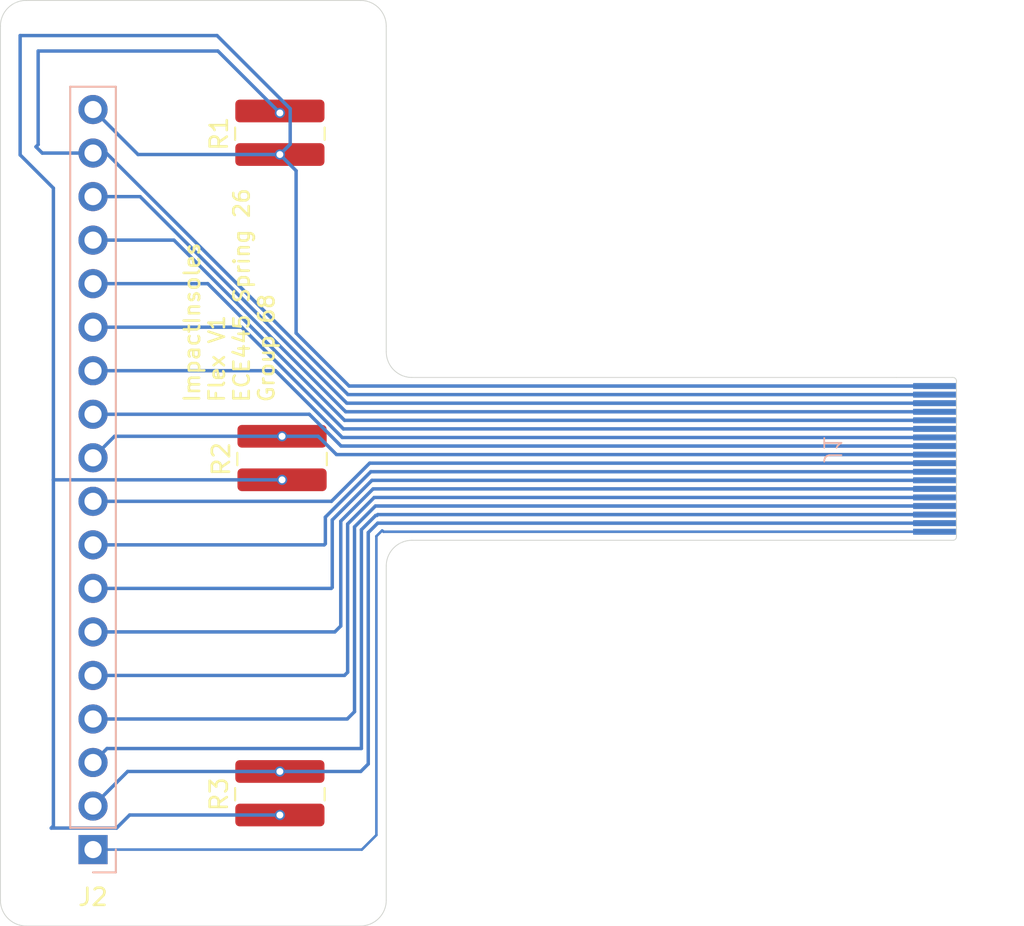
<source format=kicad_pcb>
(kicad_pcb (version 20241229) (generator "pcbnew") (generator_version "9.0")
  (layers (0 "F.Cu" signal) (2 "B.Cu" signal) (13 "F.Paste" user) (15 "B.Paste" user) (5 "F.SilkS" user "F.Silkscreen") (7 "B.SilkS" user "B.Silkscreen") (1 "F.Mask" user) (3 "B.Mask" user) (25 "Edge.Cuts" user))
  (net 0 "")
  (net 1 "Net-(J1-Pin_11)")
  (net 2 "Net-(J1-Pin_2)")
  (net 3 "Net-(J1-Pin_9)")
  (net 4 "Net-(J1-Pin_3)")
  (net 5 "Net-(J1-Pin_10)")
  (net 6 "Net-(J1-Pin_16)")
  (net 7 "Net-(J1-Pin_4)")
  (net 8 "Net-(J1-Pin_5)")
  (net 9 "/3V3")
  (net 10 "Net-(J1-Pin_15)")
  (net 11 "Net-(J1-Pin_1)")
  (net 12 "Net-(J1-Pin_17)")
  (net 13 "Net-(J1-Pin_14)")
  (net 14 "Net-(J1-Pin_12)")
  (net 15 "Net-(J1-Pin_8)")
  (net 16 "Net-(J1-Pin_7)")
  (net 17 "Net-(J1-Pin_13)")
  (net 18 "Net-(J1-Pin_6)")
  (footprint "Resistor_SMD:FSR_402" (layer "F.Cu") (at 153.797 103.8165 90)
    (property "Reference" "R3" (at 0 -3.55 90) (layer "F.SilkS"))
    (property "Value" "FSR3")
    (fp_line (start -0.361252 -2.61) (end 0.361252 -2.61) (stroke (width 0.12)) (layer "F.SilkS"))
    (fp_line (start -0.361252 2.61) (end 0.361252 2.61) (stroke (width 0.12)) (layer "F.SilkS"))
    (pad "1" smd roundrect (at -1.2125 0 90) (size 1.325 5.2) (layers "F.Cu" "F.Mask" "F.Paste") (roundrect_rratio 0.188679) (net 9 "/3V3"))
    (pad "2" smd roundrect (at 1.3275 0 90) (size 1.325 5.2) (layers "F.Cu" "F.Mask" "F.Paste") (roundrect_rratio 0.188679) (net 2 "Net-(J1-Pin_2)"))
  )
  (footprint "Resistor_SMD:FSR_402" (layer "F.Cu") (at 153.924 84.2585 90)
    (property "Reference" "R2" (at 0 -3.55 90) (layer "F.SilkS"))
    (property "Value" "FSR2")
    (fp_line (start -0.361252 -2.61) (end 0.361252 -2.61) (stroke (width 0.12)) (layer "F.SilkS"))
    (fp_line (start -0.361252 2.61) (end 0.361252 2.61) (stroke (width 0.12)) (layer "F.SilkS"))
    (pad "1" smd roundrect (at -1.2125 0 90) (size 1.325 5.2) (layers "F.Cu" "F.Mask" "F.Paste") (roundrect_rratio 0.188679) (net 9 "/3V3"))
    (pad "2" smd roundrect (at 1.3275 0 90) (size 1.325 5.2) (layers "F.Cu" "F.Mask" "F.Paste") (roundrect_rratio 0.188679) (net 5 "Net-(J1-Pin_10)"))
  )
  (footprint "Resistor_SMD:FSR_402" (layer "F.Cu") (at 153.797 65.278 90)
    (property "Reference" "R1" (at 0 -3.55 90) (layer "F.SilkS"))
    (property "Value" "FSR1")
    (fp_line (start -0.361252 -2.61) (end 0.361252 -2.61) (stroke (width 0.12)) (layer "F.SilkS"))
    (fp_line (start -0.361252 2.61) (end 0.361252 2.61) (stroke (width 0.12)) (layer "F.SilkS"))
    (pad "1" smd roundrect (at -1.2125 0 90) (size 1.325 5.2) (layers "F.Cu" "F.Mask" "F.Paste") (roundrect_rratio 0.188679) (net 9 "/3V3"))
    (pad "2" smd roundrect (at 1.3275 0 90) (size 1.325 5.2) (layers "F.Cu" "F.Mask" "F.Paste") (roundrect_rratio 0.188679) (net 12 "Net-(J1-Pin_17)"))
  )
  (footprint "Connector_FFC-FPC:FPC-Male-18P-0.5mm" (layer "B.Cu") (at 192 88.5 90)
    (property "Reference" "J1" (at 4.8 -6 270) (layer "B.SilkS") (effects (font (thickness 0.1)) (justify mirror)))
    (property "Value" "FPC_Male")
    (fp_line (start 9 -2.25) (end 9 1.05) (stroke (width 0.05)) (layer "Edge.Cuts"))
    (fp_line (start -0.5 -2.25) (end -0.5 1.05) (stroke (width 0.05)) (layer "Edge.Cuts"))
    (fp_line (start -0.3 1.25) (end 8.8 1.25) (stroke (width 0.05)) (layer "Edge.Cuts"))
    (fp_arc (start 9 1.05) (mid 8.941421 1.191421) (end 8.8 1.25) (stroke (width 0.05)) (layer "Edge.Cuts"))
    (fp_arc (start -0.3 1.25) (mid -0.441421 1.191421) (end -0.5 1.05) (stroke (width 0.05)) (layer "Edge.Cuts"))
    (pad "1" smd rect (at 0 -0.025) (size 2.5 0.35) (layers "B.Cu" "B.Mask" "B.Paste") (net 11 "Net-(J1-Pin_1)"))
    (pad "2" smd rect (at 0.5 -0.025) (size 2.5 0.35) (layers "B.Cu" "B.Mask" "B.Paste") (net 2 "Net-(J1-Pin_2)"))
    (pad "3" smd rect (at 1 -0.025) (size 2.5 0.35) (layers "B.Cu" "B.Mask" "B.Paste") (net 4 "Net-(J1-Pin_3)"))
    (pad "4" smd rect (at 1.5 -0.025) (size 2.5 0.35) (layers "B.Cu" "B.Mask" "B.Paste") (net 7 "Net-(J1-Pin_4)"))
    (pad "5" smd rect (at 2 -0.025) (size 2.5 0.35) (layers "B.Cu" "B.Mask" "B.Paste") (net 8 "Net-(J1-Pin_5)"))
    (pad "6" smd rect (at 2.5 -0.025) (size 2.5 0.35) (layers "B.Cu" "B.Mask" "B.Paste") (net 18 "Net-(J1-Pin_6)"))
    (pad "7" smd rect (at 3 -0.025) (size 2.5 0.35) (layers "B.Cu" "B.Mask" "B.Paste") (net 16 "Net-(J1-Pin_7)"))
    (pad "8" smd rect (at 3.5 -0.025) (size 2.5 0.35) (layers "B.Cu" "B.Mask" "B.Paste") (net 15 "Net-(J1-Pin_8)"))
    (pad "9" smd rect (at 4 -0.025) (size 2.5 0.35) (layers "B.Cu" "B.Mask" "B.Paste") (net 3 "Net-(J1-Pin_9)"))
    (pad "10" smd rect (at 4.5 -0.025) (size 2.5 0.35) (layers "B.Cu" "B.Mask" "B.Paste") (net 5 "Net-(J1-Pin_10)"))
    (pad "11" smd rect (at 5 -0.025) (size 2.5 0.35) (layers "B.Cu" "B.Mask" "B.Paste") (net 1 "Net-(J1-Pin_11)"))
    (pad "12" smd rect (at 5.5 -0.025) (size 2.5 0.35) (layers "B.Cu" "B.Mask" "B.Paste") (net 14 "Net-(J1-Pin_12)"))
    (pad "13" smd rect (at 6 -0.025) (size 2.5 0.35) (layers "B.Cu" "B.Mask" "B.Paste") (net 17 "Net-(J1-Pin_13)"))
    (pad "14" smd rect (at 6.5 -0.025) (size 2.5 0.35) (layers "B.Cu" "B.Mask" "B.Paste") (net 13 "Net-(J1-Pin_14)"))
    (pad "15" smd rect (at 7 -0.025) (size 2.5 0.35) (layers "B.Cu" "B.Mask" "B.Paste") (net 10 "Net-(J1-Pin_15)"))
    (pad "16" smd rect (at 7.5 -0.025) (size 2.5 0.35) (layers "B.Cu" "B.Mask" "B.Paste") (net 6 "Net-(J1-Pin_16)"))
    (pad "17" smd rect (at 8 -0.025) (size 2.5 0.35) (layers "B.Cu" "B.Mask" "B.Paste") (net 12 "Net-(J1-Pin_17)"))
    (pad "18" smd rect (at 8.5 -0.025) (size 2.5 0.35) (layers "B.Cu" "B.Mask" "B.Paste") (net 9 "/3V3"))
  )
  (footprint "Connector_PinSocket_2.54mm:PinSocket_1x18_P2.54mm_Vertical" (layer "B.Cu") (at 142.9 107.046)
    (property "Reference" "J2" (at 0 2.77 0) (layer "F.SilkS"))
    (property "Value" "Test_Headers")
    (fp_line (start -1.33 -44.51) (end 1.33 -44.51) (stroke (width 0.12)) (layer "B.SilkS"))
    (fp_line (start -1.33 -1.27) (end -1.33 -44.51) (stroke (width 0.12)) (layer "B.SilkS"))
    (fp_line (start -1.33 -1.27) (end 1.33 -1.27) (stroke (width 0.12)) (layer "B.SilkS"))
    (fp_line (start 0 1.33) (end 1.33 1.33) (stroke (width 0.12)) (layer "B.SilkS"))
    (fp_line (start 1.33 -1.27) (end 1.33 -44.51) (stroke (width 0.12)) (layer "B.SilkS"))
    (fp_line (start 1.33 1.33) (end 1.33 0) (stroke (width 0.12)) (layer "B.SilkS"))
    (pad "1" thru_hole rect (at 0 0) (size 1.7 1.7) (drill 1) (layers "*.Cu" "*.Mask") (net 11 "Net-(J1-Pin_1)"))
    (pad "2" thru_hole circle (at 0 -2.54) (size 1.7 1.7) (drill 1) (layers "*.Cu" "*.Mask") (net 2 "Net-(J1-Pin_2)"))
    (pad "3" thru_hole circle (at 0 -5.08) (size 1.7 1.7) (drill 1) (layers "*.Cu" "*.Mask") (net 4 "Net-(J1-Pin_3)"))
    (pad "4" thru_hole circle (at 0 -7.62) (size 1.7 1.7) (drill 1) (layers "*.Cu" "*.Mask") (net 7 "Net-(J1-Pin_4)"))
    (pad "5" thru_hole circle (at 0 -10.16) (size 1.7 1.7) (drill 1) (layers "*.Cu" "*.Mask") (net 8 "Net-(J1-Pin_5)"))
    (pad "6" thru_hole circle (at 0 -12.7) (size 1.7 1.7) (drill 1) (layers "*.Cu" "*.Mask") (net 18 "Net-(J1-Pin_6)"))
    (pad "7" thru_hole circle (at 0 -15.24) (size 1.7 1.7) (drill 1) (layers "*.Cu" "*.Mask") (net 16 "Net-(J1-Pin_7)"))
    (pad "8" thru_hole circle (at 0 -17.78) (size 1.7 1.7) (drill 1) (layers "*.Cu" "*.Mask") (net 15 "Net-(J1-Pin_8)"))
    (pad "9" thru_hole circle (at 0 -20.32) (size 1.7 1.7) (drill 1) (layers "*.Cu" "*.Mask") (net 3 "Net-(J1-Pin_9)"))
    (pad "10" thru_hole circle (at 0 -22.86) (size 1.7 1.7) (drill 1) (layers "*.Cu" "*.Mask") (net 5 "Net-(J1-Pin_10)"))
    (pad "11" thru_hole circle (at 0 -25.4) (size 1.7 1.7) (drill 1) (layers "*.Cu" "*.Mask") (net 1 "Net-(J1-Pin_11)"))
    (pad "12" thru_hole circle (at 0 -27.94) (size 1.7 1.7) (drill 1) (layers "*.Cu" "*.Mask") (net 14 "Net-(J1-Pin_12)"))
    (pad "13" thru_hole circle (at 0 -30.48) (size 1.7 1.7) (drill 1) (layers "*.Cu" "*.Mask") (net 17 "Net-(J1-Pin_13)"))
    (pad "14" thru_hole circle (at 0 -33.02) (size 1.7 1.7) (drill 1) (layers "*.Cu" "*.Mask") (net 13 "Net-(J1-Pin_14)"))
    (pad "15" thru_hole circle (at 0 -35.56) (size 1.7 1.7) (drill 1) (layers "*.Cu" "*.Mask") (net 10 "Net-(J1-Pin_15)"))
    (pad "16" thru_hole circle (at 0 -38.1) (size 1.7 1.7) (drill 1) (layers "*.Cu" "*.Mask") (net 6 "Net-(J1-Pin_16)"))
    (pad "17" thru_hole circle (at 0 -40.64) (size 1.7 1.7) (drill 1) (layers "*.Cu" "*.Mask") (net 12 "Net-(J1-Pin_17)"))
    (pad "18" thru_hole circle (at 0 -43.18) (size 1.7 1.7) (drill 1) (layers "*.Cu" "*.Mask") (net 9 "/3V3"))
  )
  (gr_arc (start 160 90.5) (mid 160.43934 89.43934) (end 161.5 89) (stroke (width 0.05)) (layer "Edge.Cuts"))
  (gr_line (start 158.5 57.5) (end 139 57.5) (stroke (width 0.05)) (layer "Edge.Cuts"))
  (gr_line (start 189.75 89) (end 161.5 89) (stroke (width 0.05)) (layer "Edge.Cuts"))
  (gr_line (start 160 78) (end 160 59) (stroke (width 0.05)) (layer "Edge.Cuts"))
  (gr_line (start 189.75 79.5) (end 161.5 79.5) (stroke (width 0.05)) (layer "Edge.Cuts"))
  (gr_line (start 160 110) (end 160 90.5) (stroke (width 0.05)) (layer "Edge.Cuts"))
  (gr_arc (start 160 110) (mid 159.56066 111.06066) (end 158.5 111.5) (stroke (width 0.05)) (layer "Edge.Cuts"))
  (gr_line (start 139 111.5) (end 158.5 111.5) (stroke (width 0.05)) (layer "Edge.Cuts"))
  (gr_arc (start 158.5 57.5) (mid 159.56066 57.93934) (end 160 59) (stroke (width 0.05)) (layer "Edge.Cuts"))
  (gr_line (start 137.5 59) (end 137.5 110) (stroke (width 0.05)) (layer "Edge.Cuts"))
  (gr_arc (start 161.5 79.5) (mid 160.43934 79.06066) (end 160 78) (stroke (width 0.05)) (layer "Edge.Cuts"))
  (gr_arc (start 139 111.5) (mid 137.93934 111.06066) (end 137.5 110) (stroke (width 0.05)) (layer "Edge.Cuts"))
  (gr_arc (start 137.5 59) (mid 137.93934 57.93934) (end 139 57.5) (stroke (width 0.05)) (layer "Edge.Cuts"))
  (gr_text "ImpactInsoles\nFlex V1\nECE445 Spring 26\nGroup 68\n" (at 153.543 81.026 90) (layer "F.SilkS") (effects (font (size 0.8984 0.8984) (thickness 0.14986) (bold yes)) (justify left bottom)))
  (segment (start 192 83.5) (end 157.3651 83.5) (width 0.2) (layer "B.Cu") (net 1))
  (segment (start 155.5111 81.646) (end 142.9 81.646) (width 0.2) (layer "B.Cu") (net 1))
  (segment (start 157.3651 83.5) (end 155.5111 81.646) (width 0.2) (layer "B.Cu") (net 1))
  (via (at 153.797 102.489) (size 0.6) (drill 0.4) (layers "F.Cu" "B.Cu") (net 2))
  (segment (start 158.511 102.489) (end 158.95 102.05) (width 0.2) (layer "B.Cu") (net 2))
  (segment (start 144.917 102.489) (end 153.797 102.489) (width 0.2) (layer "B.Cu") (net 2))
  (segment (start 158.95 102.05) (end 158.95 88.55) (width 0.2) (layer "B.Cu") (net 2))
  (segment (start 142.9 104.506) (end 144.917 102.489) (width 0.2) (layer "B.Cu") (net 2))
  (segment (start 158.95 88.55) (end 159.5 88) (width 0.2) (layer "B.Cu") (net 2))
  (segment (start 153.797 102.489) (end 158.511 102.489) (width 0.2) (layer "B.Cu") (net 2))
  (segment (start 159.5 88) (end 192 88) (width 0.2) (layer "B.Cu") (net 2))
  (segment (start 142.9 86.726) (end 156.8043 86.726) (width 0.2) (layer "B.Cu") (net 3))
  (segment (start 159.0303 84.5) (end 192 84.5) (width 0.2) (layer "B.Cu") (net 3))
  (segment (start 156.8043 86.726) (end 159.0303 84.5) (width 0.2) (layer "B.Cu") (net 3))
  (segment (start 158.55 101.15) (end 158.55 88.3829) (width 0.2) (layer "B.Cu") (net 4))
  (segment (start 143.716 101.15) (end 158.55 101.15) (width 0.2) (layer "B.Cu") (net 4))
  (segment (start 158.55 88.3829) (end 159.3829 87.55) (width 0.2) (layer "B.Cu") (net 4))
  (segment (start 159.45 87.55) (end 159.5 87.5) (width 0.2) (layer "B.Cu") (net 4))
  (segment (start 159.3829 87.55) (end 159.45 87.55) (width 0.2) (layer "B.Cu") (net 4))
  (segment (start 142.9 101.966) (end 143.716 101.15) (width 0.2) (layer "B.Cu") (net 4))
  (segment (start 159.5 87.5) (end 192 87.5) (width 0.2) (layer "B.Cu") (net 4))
  (via (at 153.924 82.931) (size 0.6) (drill 0.4) (layers "F.Cu" "B.Cu") (net 5))
  (segment (start 153.924 82.931) (end 156.031 82.931) (width 0.2) (layer "B.Cu") (net 5))
  (segment (start 156.031 82.931) (end 157.1 84) (width 0.2) (layer "B.Cu") (net 5))
  (segment (start 142.9 84.186) (end 144.155 82.931) (width 0.2) (layer "B.Cu") (net 5))
  (segment (start 157.1 84) (end 192 84) (width 0.2) (layer "B.Cu") (net 5))
  (segment (start 144.155 82.931) (end 153.924 82.931) (width 0.2) (layer "B.Cu") (net 5))
  (segment (start 157.7006 81) (end 145.6466 68.946) (width 0.2) (layer "B.Cu") (net 6))
  (segment (start 192 81) (end 157.7006 81) (width 0.2) (layer "B.Cu") (net 6))
  (segment (start 145.6466 68.946) (end 142.9 68.946) (width 0.2) (layer "B.Cu") (net 6))
  (segment (start 158.149 99) (end 158.149 88.2168) (width 0.2) (layer "B.Cu") (net 7))
  (segment (start 142.9 99.426) (end 157.723 99.426) (width 0.2) (layer "B.Cu") (net 7))
  (segment (start 158.149 88.2168) (end 159.3658 87) (width 0.2) (layer "B.Cu") (net 7))
  (segment (start 159.3658 87) (end 192 87) (width 0.2) (layer "B.Cu") (net 7))
  (segment (start 157.723 99.426) (end 158.149 99) (width 0.2) (layer "B.Cu") (net 7))
  (segment (start 157.748 88.0507) (end 159.2987 86.5) (width 0.2) (layer "B.Cu") (net 8))
  (segment (start 159.2987 86.5) (end 192 86.5) (width 0.2) (layer "B.Cu") (net 8))
  (segment (start 142.9 96.886) (end 157.562 96.886) (width 0.2) (layer "B.Cu") (net 8))
  (segment (start 157.562 96.886) (end 157.748 96.7) (width 0.2) (layer "B.Cu") (net 8))
  (segment (start 157.748 96.7) (end 157.748 88.0507) (width 0.2) (layer "B.Cu") (net 8))
  (via (at 153.924 85.471) (size 0.6) (drill 0.4) (layers "F.Cu" "B.Cu") (net 9))
  (via (at 153.797 66.4905) (size 0.6) (drill 0.4) (layers "F.Cu" "B.Cu") (net 9))
  (via (at 153.797 105.029) (size 0.6) (drill 0.4) (layers "F.Cu" "B.Cu") (net 9))
  (segment (start 157.8348 80) (end 154.7424 76.9076) (width 0.2) (layer "B.Cu") (net 9))
  (segment (start 140.589 85.471) (end 153.924 85.471) (width 0.2) (layer "B.Cu") (net 9))
  (segment (start 140.589 68.453) (end 140.589 85.471) (width 0.2) (layer "B.Cu") (net 9))
  (segment (start 138.65 59.55) (end 150.131443 59.55) (width 0.2) (layer "B.Cu") (net 9))
  (segment (start 154.398 65.8895) (end 153.797 66.4905) (width 0.2) (layer "B.Cu") (net 9))
  (segment (start 154.7424 67.4359) (end 153.797 66.4905) (width 0.2) (layer "B.Cu") (net 9))
  (segment (start 140.589 85.471) (end 140.589 105.664) (width 0.2) (layer "B.Cu") (net 9))
  (segment (start 138.65 66.514) (end 138.65 59.55) (width 0.2) (layer "B.Cu") (net 9))
  (segment (start 142.9 63.866) (end 145.5245 66.4905) (width 0.2) (layer "B.Cu") (net 9))
  (segment (start 145.034 105.029) (end 153.797 105.029) (width 0.2) (layer "B.Cu") (net 9))
  (segment (start 154.7424 76.9076) (end 154.7424 67.4359) (width 0.2) (layer "B.Cu") (net 9))
  (segment (start 145.5245 66.4905) (end 153.797 66.4905) (width 0.2) (layer "B.Cu") (net 9))
  (segment (start 150.131443 59.55) (end 154.398 63.816557) (width 0.2) (layer "B.Cu") (net 9))
  (segment (start 144.272 105.791) (end 145.034 105.029) (width 0.2) (layer "B.Cu") (net 9))
  (segment (start 140.589 105.664) (end 140.462 105.791) (width 0.2) (layer "B.Cu") (net 9))
  (segment (start 140.462 105.791) (end 144.272 105.791) (width 0.2) (layer "B.Cu") (net 9))
  (segment (start 154.398 63.816557) (end 154.398 65.8895) (width 0.2) (layer "B.Cu") (net 9))
  (segment (start 140.589 68.453) (end 138.65 66.514) (width 0.2) (layer "B.Cu") (net 9))
  (segment (start 192 80) (end 157.8348 80) (width 0.2) (layer "B.Cu") (net 9))
  (segment (start 192 81.5) (end 157.6335 81.5) (width 0.2) (layer "B.Cu") (net 10))
  (segment (start 157.6335 81.5) (end 147.6195 71.486) (width 0.2) (layer "B.Cu") (net 10))
  (segment (start 147.6195 71.486) (end 142.9 71.486) (width 0.2) (layer "B.Cu") (net 10))
  (segment (start 159.761413 88.424) (end 159.837413 88.5) (width 0.15) (layer "B.Cu") (net 11))
  (segment (start 159.837413 88.5) (end 192 88.5) (width 0.15) (layer "B.Cu") (net 11))
  (segment (start 159.424 88.761413) (end 159.761413 88.424) (width 0.15) (layer "B.Cu") (net 11))
  (segment (start 158.578 107.046) (end 159.424 106.2) (width 0.15) (layer "B.Cu") (net 11))
  (segment (start 159.424 106.2) (end 159.424 88.761413) (width 0.15) (layer "B.Cu") (net 11))
  (segment (start 142.9 107.046) (end 158.578 107.046) (width 0.15) (layer "B.Cu") (net 11))
  (via (at 153.797 64.0655) (size 0.6) (drill 0.4) (layers "F.Cu" "B.Cu") (net 12))
  (segment (start 192 80.5) (end 157.7677 80.5) (width 0.2) (layer "B.Cu") (net 12))
  (segment (start 139.939 66.406) (end 139.573 66.04) (width 0.2) (layer "B.Cu") (net 12))
  (segment (start 143.6737 66.406) (end 142.9 66.406) (width 0.2) (layer "B.Cu") (net 12))
  (segment (start 139.7 65.913) (end 139.7 60.452) (width 0.2) (layer "B.Cu") (net 12))
  (segment (start 150.1835 60.452) (end 153.797 64.0655) (width 0.2) (layer "B.Cu") (net 12))
  (segment (start 139.573 66.04) (end 139.7 65.913) (width 0.2) (layer "B.Cu") (net 12))
  (segment (start 142.9 66.406) (end 139.939 66.406) (width 0.2) (layer "B.Cu") (net 12))
  (segment (start 157.7677 80.5) (end 143.6737 66.406) (width 0.2) (layer "B.Cu") (net 12))
  (segment (start 139.7 60.452) (end 150.1835 60.452) (width 0.2) (layer "B.Cu") (net 12))
  (segment (start 192 82) (end 157.5664 82) (width 0.2) (layer "B.Cu") (net 13))
  (segment (start 149.5924 74.026) (end 142.9 74.026) (width 0.2) (layer "B.Cu") (net 13))
  (segment (start 157.5664 82) (end 149.5924 74.026) (width 0.2) (layer "B.Cu") (net 13))
  (segment (start 192 83) (end 157.4322 83) (width 0.2) (layer "B.Cu") (net 14))
  (segment (start 153.5382 79.106) (end 142.9 79.106) (width 0.2) (layer "B.Cu") (net 14))
  (segment (start 157.4322 83) (end 153.5382 79.106) (width 0.2) (layer "B.Cu") (net 14))
  (segment (start 156.449 89.2) (end 156.449 87.6484) (width 0.2) (layer "B.Cu") (net 15))
  (segment (start 159.0974 85) (end 192 85) (width 0.2) (layer "B.Cu") (net 15))
  (segment (start 156.383 89.266) (end 156.449 89.2) (width 0.2) (layer "B.Cu") (net 15))
  (segment (start 142.9 89.266) (end 156.383 89.266) (width 0.2) (layer "B.Cu") (net 15))
  (segment (start 156.449 87.6484) (end 159.0974 85) (width 0.2) (layer "B.Cu") (net 15))
  (segment (start 142.9 91.806) (end 156.794 91.806) (width 0.2) (layer "B.Cu") (net 16))
  (segment (start 156.85 87.8145) (end 159.1645 85.5) (width 0.2) (layer "B.Cu") (net 16))
  (segment (start 156.85 91.75) (end 156.85 87.8145) (width 0.2) (layer "B.Cu") (net 16))
  (segment (start 156.794 91.806) (end 156.85 91.75) (width 0.2) (layer "B.Cu") (net 16))
  (segment (start 159.1645 85.5) (end 192 85.5) (width 0.2) (layer "B.Cu") (net 16))
  (segment (start 151.5653 76.566) (end 142.9 76.566) (width 0.2) (layer "B.Cu") (net 17))
  (segment (start 192 82.5) (end 157.4993 82.5) (width 0.2) (layer "B.Cu") (net 17))
  (segment (start 157.4993 82.5) (end 151.5653 76.566) (width 0.2) (layer "B.Cu") (net 17))
  (segment (start 159.2316 86) (end 192 86) (width 0.2) (layer "B.Cu") (net 18))
  (segment (start 142.9 94.346) (end 157.001 94.346) (width 0.2) (layer "B.Cu") (net 18))
  (segment (start 157.347 94) (end 157.347 87.8846) (width 0.2) (layer "B.Cu") (net 18))
  (segment (start 157.347 87.8846) (end 159.2316 86) (width 0.2) (layer "B.Cu") (net 18))
  (segment (start 157.001 94.346) (end 157.347 94) (width 0.2) (layer "B.Cu") (net 18))
)
</source>
